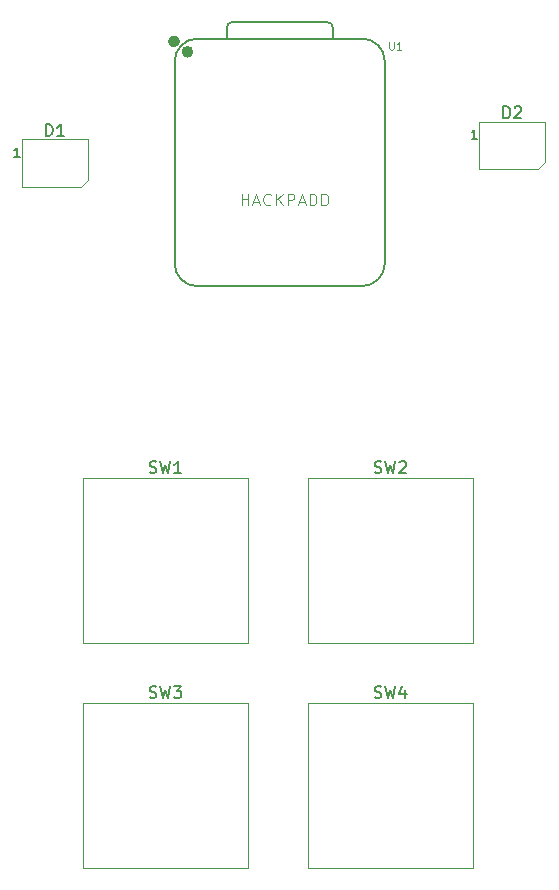
<source format=gbr>
%TF.GenerationSoftware,KiCad,Pcbnew,9.0.6*%
%TF.CreationDate,2025-12-05T22:26:19+05:30*%
%TF.ProjectId,MacropadHACKYEahh,4d616372-6f70-4616-9448-41434b594561,rev?*%
%TF.SameCoordinates,Original*%
%TF.FileFunction,Legend,Top*%
%TF.FilePolarity,Positive*%
%FSLAX46Y46*%
G04 Gerber Fmt 4.6, Leading zero omitted, Abs format (unit mm)*
G04 Created by KiCad (PCBNEW 9.0.6) date 2025-12-05 22:26:19*
%MOMM*%
%LPD*%
G01*
G04 APERTURE LIST*
%ADD10C,0.100000*%
%ADD11C,0.150000*%
%ADD12C,0.101600*%
%ADD13C,0.120000*%
%ADD14C,0.127000*%
%ADD15C,0.504000*%
G04 APERTURE END LIST*
D10*
X163453884Y-75022419D02*
X163453884Y-74022419D01*
X163453884Y-74498609D02*
X164025312Y-74498609D01*
X164025312Y-75022419D02*
X164025312Y-74022419D01*
X164453884Y-74736704D02*
X164930074Y-74736704D01*
X164358646Y-75022419D02*
X164691979Y-74022419D01*
X164691979Y-74022419D02*
X165025312Y-75022419D01*
X165930074Y-74927180D02*
X165882455Y-74974800D01*
X165882455Y-74974800D02*
X165739598Y-75022419D01*
X165739598Y-75022419D02*
X165644360Y-75022419D01*
X165644360Y-75022419D02*
X165501503Y-74974800D01*
X165501503Y-74974800D02*
X165406265Y-74879561D01*
X165406265Y-74879561D02*
X165358646Y-74784323D01*
X165358646Y-74784323D02*
X165311027Y-74593847D01*
X165311027Y-74593847D02*
X165311027Y-74450990D01*
X165311027Y-74450990D02*
X165358646Y-74260514D01*
X165358646Y-74260514D02*
X165406265Y-74165276D01*
X165406265Y-74165276D02*
X165501503Y-74070038D01*
X165501503Y-74070038D02*
X165644360Y-74022419D01*
X165644360Y-74022419D02*
X165739598Y-74022419D01*
X165739598Y-74022419D02*
X165882455Y-74070038D01*
X165882455Y-74070038D02*
X165930074Y-74117657D01*
X166358646Y-75022419D02*
X166358646Y-74022419D01*
X166930074Y-75022419D02*
X166501503Y-74450990D01*
X166930074Y-74022419D02*
X166358646Y-74593847D01*
X167358646Y-75022419D02*
X167358646Y-74022419D01*
X167358646Y-74022419D02*
X167739598Y-74022419D01*
X167739598Y-74022419D02*
X167834836Y-74070038D01*
X167834836Y-74070038D02*
X167882455Y-74117657D01*
X167882455Y-74117657D02*
X167930074Y-74212895D01*
X167930074Y-74212895D02*
X167930074Y-74355752D01*
X167930074Y-74355752D02*
X167882455Y-74450990D01*
X167882455Y-74450990D02*
X167834836Y-74498609D01*
X167834836Y-74498609D02*
X167739598Y-74546228D01*
X167739598Y-74546228D02*
X167358646Y-74546228D01*
X168311027Y-74736704D02*
X168787217Y-74736704D01*
X168215789Y-75022419D02*
X168549122Y-74022419D01*
X168549122Y-74022419D02*
X168882455Y-75022419D01*
X169215789Y-75022419D02*
X169215789Y-74022419D01*
X169215789Y-74022419D02*
X169453884Y-74022419D01*
X169453884Y-74022419D02*
X169596741Y-74070038D01*
X169596741Y-74070038D02*
X169691979Y-74165276D01*
X169691979Y-74165276D02*
X169739598Y-74260514D01*
X169739598Y-74260514D02*
X169787217Y-74450990D01*
X169787217Y-74450990D02*
X169787217Y-74593847D01*
X169787217Y-74593847D02*
X169739598Y-74784323D01*
X169739598Y-74784323D02*
X169691979Y-74879561D01*
X169691979Y-74879561D02*
X169596741Y-74974800D01*
X169596741Y-74974800D02*
X169453884Y-75022419D01*
X169453884Y-75022419D02*
X169215789Y-75022419D01*
X170215789Y-75022419D02*
X170215789Y-74022419D01*
X170215789Y-74022419D02*
X170453884Y-74022419D01*
X170453884Y-74022419D02*
X170596741Y-74070038D01*
X170596741Y-74070038D02*
X170691979Y-74165276D01*
X170691979Y-74165276D02*
X170739598Y-74260514D01*
X170739598Y-74260514D02*
X170787217Y-74450990D01*
X170787217Y-74450990D02*
X170787217Y-74593847D01*
X170787217Y-74593847D02*
X170739598Y-74784323D01*
X170739598Y-74784323D02*
X170691979Y-74879561D01*
X170691979Y-74879561D02*
X170596741Y-74974800D01*
X170596741Y-74974800D02*
X170453884Y-75022419D01*
X170453884Y-75022419D02*
X170215789Y-75022419D01*
D11*
X174720417Y-97625700D02*
X174863274Y-97673319D01*
X174863274Y-97673319D02*
X175101369Y-97673319D01*
X175101369Y-97673319D02*
X175196607Y-97625700D01*
X175196607Y-97625700D02*
X175244226Y-97578080D01*
X175244226Y-97578080D02*
X175291845Y-97482842D01*
X175291845Y-97482842D02*
X175291845Y-97387604D01*
X175291845Y-97387604D02*
X175244226Y-97292366D01*
X175244226Y-97292366D02*
X175196607Y-97244747D01*
X175196607Y-97244747D02*
X175101369Y-97197128D01*
X175101369Y-97197128D02*
X174910893Y-97149509D01*
X174910893Y-97149509D02*
X174815655Y-97101890D01*
X174815655Y-97101890D02*
X174768036Y-97054271D01*
X174768036Y-97054271D02*
X174720417Y-96959033D01*
X174720417Y-96959033D02*
X174720417Y-96863795D01*
X174720417Y-96863795D02*
X174768036Y-96768557D01*
X174768036Y-96768557D02*
X174815655Y-96720938D01*
X174815655Y-96720938D02*
X174910893Y-96673319D01*
X174910893Y-96673319D02*
X175148988Y-96673319D01*
X175148988Y-96673319D02*
X175291845Y-96720938D01*
X175625179Y-96673319D02*
X175863274Y-97673319D01*
X175863274Y-97673319D02*
X176053750Y-96959033D01*
X176053750Y-96959033D02*
X176244226Y-97673319D01*
X176244226Y-97673319D02*
X176482322Y-96673319D01*
X176815655Y-96768557D02*
X176863274Y-96720938D01*
X176863274Y-96720938D02*
X176958512Y-96673319D01*
X176958512Y-96673319D02*
X177196607Y-96673319D01*
X177196607Y-96673319D02*
X177291845Y-96720938D01*
X177291845Y-96720938D02*
X177339464Y-96768557D01*
X177339464Y-96768557D02*
X177387083Y-96863795D01*
X177387083Y-96863795D02*
X177387083Y-96959033D01*
X177387083Y-96959033D02*
X177339464Y-97101890D01*
X177339464Y-97101890D02*
X176768036Y-97673319D01*
X176768036Y-97673319D02*
X177387083Y-97673319D01*
D12*
X175966190Y-61203479D02*
X175966190Y-61717526D01*
X175966190Y-61717526D02*
X175996428Y-61778002D01*
X175996428Y-61778002D02*
X176026666Y-61808241D01*
X176026666Y-61808241D02*
X176087142Y-61838479D01*
X176087142Y-61838479D02*
X176208095Y-61838479D01*
X176208095Y-61838479D02*
X176268571Y-61808241D01*
X176268571Y-61808241D02*
X176298809Y-61778002D01*
X176298809Y-61778002D02*
X176329047Y-61717526D01*
X176329047Y-61717526D02*
X176329047Y-61203479D01*
X176964047Y-61838479D02*
X176601190Y-61838479D01*
X176782618Y-61838479D02*
X176782618Y-61203479D01*
X176782618Y-61203479D02*
X176722142Y-61294193D01*
X176722142Y-61294193D02*
X176661666Y-61354669D01*
X176661666Y-61354669D02*
X176601190Y-61384907D01*
D11*
X155670417Y-116675700D02*
X155813274Y-116723319D01*
X155813274Y-116723319D02*
X156051369Y-116723319D01*
X156051369Y-116723319D02*
X156146607Y-116675700D01*
X156146607Y-116675700D02*
X156194226Y-116628080D01*
X156194226Y-116628080D02*
X156241845Y-116532842D01*
X156241845Y-116532842D02*
X156241845Y-116437604D01*
X156241845Y-116437604D02*
X156194226Y-116342366D01*
X156194226Y-116342366D02*
X156146607Y-116294747D01*
X156146607Y-116294747D02*
X156051369Y-116247128D01*
X156051369Y-116247128D02*
X155860893Y-116199509D01*
X155860893Y-116199509D02*
X155765655Y-116151890D01*
X155765655Y-116151890D02*
X155718036Y-116104271D01*
X155718036Y-116104271D02*
X155670417Y-116009033D01*
X155670417Y-116009033D02*
X155670417Y-115913795D01*
X155670417Y-115913795D02*
X155718036Y-115818557D01*
X155718036Y-115818557D02*
X155765655Y-115770938D01*
X155765655Y-115770938D02*
X155860893Y-115723319D01*
X155860893Y-115723319D02*
X156098988Y-115723319D01*
X156098988Y-115723319D02*
X156241845Y-115770938D01*
X156575179Y-115723319D02*
X156813274Y-116723319D01*
X156813274Y-116723319D02*
X157003750Y-116009033D01*
X157003750Y-116009033D02*
X157194226Y-116723319D01*
X157194226Y-116723319D02*
X157432322Y-115723319D01*
X157718036Y-115723319D02*
X158337083Y-115723319D01*
X158337083Y-115723319D02*
X158003750Y-116104271D01*
X158003750Y-116104271D02*
X158146607Y-116104271D01*
X158146607Y-116104271D02*
X158241845Y-116151890D01*
X158241845Y-116151890D02*
X158289464Y-116199509D01*
X158289464Y-116199509D02*
X158337083Y-116294747D01*
X158337083Y-116294747D02*
X158337083Y-116532842D01*
X158337083Y-116532842D02*
X158289464Y-116628080D01*
X158289464Y-116628080D02*
X158241845Y-116675700D01*
X158241845Y-116675700D02*
X158146607Y-116723319D01*
X158146607Y-116723319D02*
X157860893Y-116723319D01*
X157860893Y-116723319D02*
X157765655Y-116675700D01*
X157765655Y-116675700D02*
X157718036Y-116628080D01*
X174720417Y-116675700D02*
X174863274Y-116723319D01*
X174863274Y-116723319D02*
X175101369Y-116723319D01*
X175101369Y-116723319D02*
X175196607Y-116675700D01*
X175196607Y-116675700D02*
X175244226Y-116628080D01*
X175244226Y-116628080D02*
X175291845Y-116532842D01*
X175291845Y-116532842D02*
X175291845Y-116437604D01*
X175291845Y-116437604D02*
X175244226Y-116342366D01*
X175244226Y-116342366D02*
X175196607Y-116294747D01*
X175196607Y-116294747D02*
X175101369Y-116247128D01*
X175101369Y-116247128D02*
X174910893Y-116199509D01*
X174910893Y-116199509D02*
X174815655Y-116151890D01*
X174815655Y-116151890D02*
X174768036Y-116104271D01*
X174768036Y-116104271D02*
X174720417Y-116009033D01*
X174720417Y-116009033D02*
X174720417Y-115913795D01*
X174720417Y-115913795D02*
X174768036Y-115818557D01*
X174768036Y-115818557D02*
X174815655Y-115770938D01*
X174815655Y-115770938D02*
X174910893Y-115723319D01*
X174910893Y-115723319D02*
X175148988Y-115723319D01*
X175148988Y-115723319D02*
X175291845Y-115770938D01*
X175625179Y-115723319D02*
X175863274Y-116723319D01*
X175863274Y-116723319D02*
X176053750Y-116009033D01*
X176053750Y-116009033D02*
X176244226Y-116723319D01*
X176244226Y-116723319D02*
X176482322Y-115723319D01*
X177291845Y-116056652D02*
X177291845Y-116723319D01*
X177053750Y-115675700D02*
X176815655Y-116389985D01*
X176815655Y-116389985D02*
X177434702Y-116389985D01*
X155670417Y-97625700D02*
X155813274Y-97673319D01*
X155813274Y-97673319D02*
X156051369Y-97673319D01*
X156051369Y-97673319D02*
X156146607Y-97625700D01*
X156146607Y-97625700D02*
X156194226Y-97578080D01*
X156194226Y-97578080D02*
X156241845Y-97482842D01*
X156241845Y-97482842D02*
X156241845Y-97387604D01*
X156241845Y-97387604D02*
X156194226Y-97292366D01*
X156194226Y-97292366D02*
X156146607Y-97244747D01*
X156146607Y-97244747D02*
X156051369Y-97197128D01*
X156051369Y-97197128D02*
X155860893Y-97149509D01*
X155860893Y-97149509D02*
X155765655Y-97101890D01*
X155765655Y-97101890D02*
X155718036Y-97054271D01*
X155718036Y-97054271D02*
X155670417Y-96959033D01*
X155670417Y-96959033D02*
X155670417Y-96863795D01*
X155670417Y-96863795D02*
X155718036Y-96768557D01*
X155718036Y-96768557D02*
X155765655Y-96720938D01*
X155765655Y-96720938D02*
X155860893Y-96673319D01*
X155860893Y-96673319D02*
X156098988Y-96673319D01*
X156098988Y-96673319D02*
X156241845Y-96720938D01*
X156575179Y-96673319D02*
X156813274Y-97673319D01*
X156813274Y-97673319D02*
X157003750Y-96959033D01*
X157003750Y-96959033D02*
X157194226Y-97673319D01*
X157194226Y-97673319D02*
X157432322Y-96673319D01*
X158337083Y-97673319D02*
X157765655Y-97673319D01*
X158051369Y-97673319D02*
X158051369Y-96673319D01*
X158051369Y-96673319D02*
X157956131Y-96816176D01*
X157956131Y-96816176D02*
X157860893Y-96911414D01*
X157860893Y-96911414D02*
X157765655Y-96959033D01*
X185630655Y-67636069D02*
X185630655Y-66636069D01*
X185630655Y-66636069D02*
X185868750Y-66636069D01*
X185868750Y-66636069D02*
X186011607Y-66683688D01*
X186011607Y-66683688D02*
X186106845Y-66778926D01*
X186106845Y-66778926D02*
X186154464Y-66874164D01*
X186154464Y-66874164D02*
X186202083Y-67064640D01*
X186202083Y-67064640D02*
X186202083Y-67207497D01*
X186202083Y-67207497D02*
X186154464Y-67397973D01*
X186154464Y-67397973D02*
X186106845Y-67493211D01*
X186106845Y-67493211D02*
X186011607Y-67588450D01*
X186011607Y-67588450D02*
X185868750Y-67636069D01*
X185868750Y-67636069D02*
X185630655Y-67636069D01*
X186583036Y-66731307D02*
X186630655Y-66683688D01*
X186630655Y-66683688D02*
X186725893Y-66636069D01*
X186725893Y-66636069D02*
X186963988Y-66636069D01*
X186963988Y-66636069D02*
X187059226Y-66683688D01*
X187059226Y-66683688D02*
X187106845Y-66731307D01*
X187106845Y-66731307D02*
X187154464Y-66826545D01*
X187154464Y-66826545D02*
X187154464Y-66921783D01*
X187154464Y-66921783D02*
X187106845Y-67064640D01*
X187106845Y-67064640D02*
X186535417Y-67636069D01*
X186535417Y-67636069D02*
X187154464Y-67636069D01*
X183397321Y-69418545D02*
X182940178Y-69418545D01*
X183168750Y-69418545D02*
X183168750Y-68618545D01*
X183168750Y-68618545D02*
X183092559Y-68732830D01*
X183092559Y-68732830D02*
X183016369Y-68809021D01*
X183016369Y-68809021D02*
X182940178Y-68847116D01*
X146899405Y-69142319D02*
X146899405Y-68142319D01*
X146899405Y-68142319D02*
X147137500Y-68142319D01*
X147137500Y-68142319D02*
X147280357Y-68189938D01*
X147280357Y-68189938D02*
X147375595Y-68285176D01*
X147375595Y-68285176D02*
X147423214Y-68380414D01*
X147423214Y-68380414D02*
X147470833Y-68570890D01*
X147470833Y-68570890D02*
X147470833Y-68713747D01*
X147470833Y-68713747D02*
X147423214Y-68904223D01*
X147423214Y-68904223D02*
X147375595Y-68999461D01*
X147375595Y-68999461D02*
X147280357Y-69094700D01*
X147280357Y-69094700D02*
X147137500Y-69142319D01*
X147137500Y-69142319D02*
X146899405Y-69142319D01*
X148423214Y-69142319D02*
X147851786Y-69142319D01*
X148137500Y-69142319D02*
X148137500Y-68142319D01*
X148137500Y-68142319D02*
X148042262Y-68285176D01*
X148042262Y-68285176D02*
X147947024Y-68380414D01*
X147947024Y-68380414D02*
X147851786Y-68428033D01*
X144666071Y-70924795D02*
X144208928Y-70924795D01*
X144437500Y-70924795D02*
X144437500Y-70124795D01*
X144437500Y-70124795D02*
X144361309Y-70239080D01*
X144361309Y-70239080D02*
X144285119Y-70315271D01*
X144285119Y-70315271D02*
X144208928Y-70353366D01*
D13*
%TO.C,SW2*%
X169068750Y-98107500D02*
X183038750Y-98107500D01*
X169068750Y-112077500D02*
X169068750Y-98107500D01*
X183038750Y-98107500D02*
X183038750Y-112077500D01*
X183038750Y-112077500D02*
X169068750Y-112077500D01*
D14*
%TO.C,U1*%
X157797500Y-79946500D02*
X157797500Y-62801500D01*
X159702500Y-81851500D02*
X173672500Y-81851500D01*
X162192500Y-60896500D02*
X162196228Y-59986228D01*
X162696228Y-59486500D02*
X170691500Y-59486500D01*
X171191500Y-59986500D02*
X171191500Y-60896500D01*
D10*
X173672500Y-60896500D02*
X159702500Y-60896500D01*
D14*
X173672500Y-60896500D02*
X159702500Y-60896500D01*
X175577500Y-79946500D02*
X175577500Y-62801500D01*
X157797500Y-62801500D02*
G75*
G02*
X159702500Y-60896500I1905001J-1D01*
G01*
X159702500Y-81851500D02*
G75*
G02*
X157797500Y-79946500I1J1905001D01*
G01*
X162196228Y-59986228D02*
G75*
G02*
X162696228Y-59486501I500018J-291D01*
G01*
X170691500Y-59486500D02*
G75*
G02*
X171191500Y-59986500I0J-500000D01*
G01*
X173672500Y-60896500D02*
G75*
G02*
X175577500Y-62801500I0J-1905000D01*
G01*
X175577500Y-79946500D02*
G75*
G02*
X173672500Y-81851500I-1905000J0D01*
G01*
D15*
X157989500Y-61137500D02*
G75*
G02*
X157485500Y-61137500I-252000J0D01*
G01*
X157485500Y-61137500D02*
G75*
G02*
X157989500Y-61137500I252000J0D01*
G01*
X159132500Y-62017500D02*
G75*
G02*
X158628500Y-62017500I-252000J0D01*
G01*
X158628500Y-62017500D02*
G75*
G02*
X159132500Y-62017500I252000J0D01*
G01*
D13*
%TO.C,SW3*%
X150018750Y-117157500D02*
X163988750Y-117157500D01*
X150018750Y-131127500D02*
X150018750Y-117157500D01*
X163988750Y-117157500D02*
X163988750Y-131127500D01*
X163988750Y-131127500D02*
X150018750Y-131127500D01*
%TO.C,SW4*%
X169068750Y-117157500D02*
X183038750Y-117157500D01*
X169068750Y-131127500D02*
X169068750Y-117157500D01*
X183038750Y-117157500D02*
X183038750Y-131127500D01*
X183038750Y-131127500D02*
X169068750Y-131127500D01*
%TO.C,SW1*%
X150018750Y-98107500D02*
X163988750Y-98107500D01*
X150018750Y-112077500D02*
X150018750Y-98107500D01*
X163988750Y-98107500D02*
X163988750Y-112077500D01*
X163988750Y-112077500D02*
X150018750Y-112077500D01*
%TO.C,D2*%
X183568750Y-67931250D02*
X183568750Y-71931250D01*
X183568750Y-67931250D02*
X189168750Y-67931250D01*
X183568750Y-71931250D02*
X188568750Y-71931250D01*
X189168750Y-71331250D02*
X188568750Y-71931250D01*
X189168750Y-71331250D02*
X189168750Y-67931250D01*
%TO.C,D1*%
X144837500Y-69437500D02*
X144837500Y-73437500D01*
X144837500Y-69437500D02*
X150437500Y-69437500D01*
X144837500Y-73437500D02*
X149837500Y-73437500D01*
X150437500Y-72837500D02*
X149837500Y-73437500D01*
X150437500Y-72837500D02*
X150437500Y-69437500D01*
%TD*%
M02*

</source>
